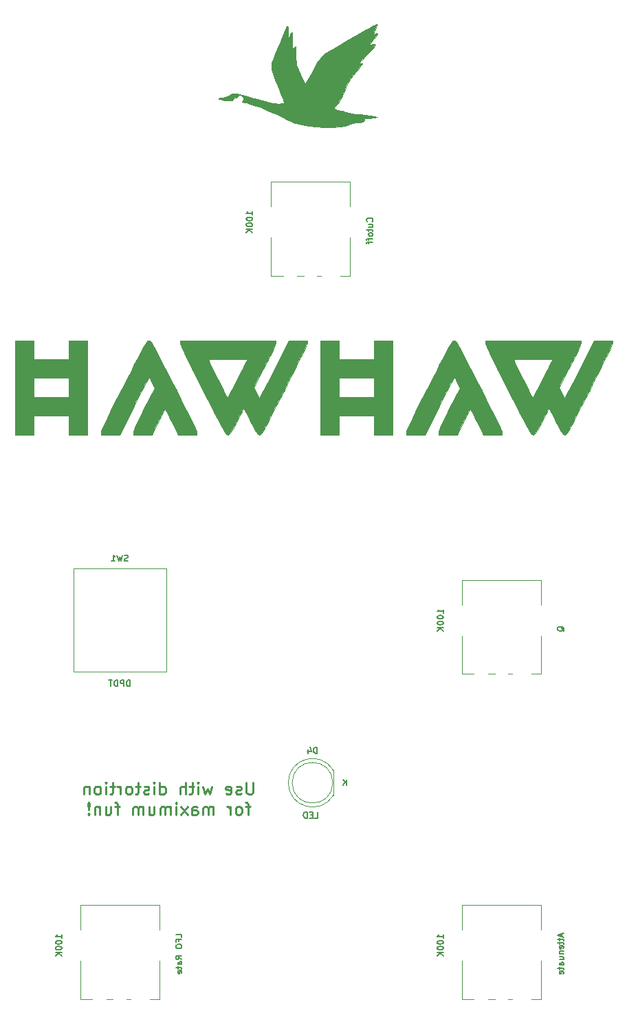
<source format=gbr>
%TF.GenerationSoftware,KiCad,Pcbnew,(5.1.8-0-10_14)*%
%TF.CreationDate,2021-09-13T18:23:07-04:00*%
%TF.ProjectId,wahwah,77616877-6168-42e6-9b69-6361645f7063,rev?*%
%TF.SameCoordinates,Original*%
%TF.FileFunction,Legend,Bot*%
%TF.FilePolarity,Positive*%
%FSLAX46Y46*%
G04 Gerber Fmt 4.6, Leading zero omitted, Abs format (unit mm)*
G04 Created by KiCad (PCBNEW (5.1.8-0-10_14)) date 2021-09-13 18:23:07*
%MOMM*%
%LPD*%
G01*
G04 APERTURE LIST*
%ADD10C,0.250000*%
%ADD11C,0.010000*%
%ADD12C,0.120000*%
%ADD13C,0.150000*%
G04 APERTURE END LIST*
D10*
X-557071428Y-67928571D02*
X-557071428Y-69142857D01*
X-557142857Y-69285714D01*
X-557214285Y-69357142D01*
X-557357142Y-69428571D01*
X-557642857Y-69428571D01*
X-557785714Y-69357142D01*
X-557857142Y-69285714D01*
X-557928571Y-69142857D01*
X-557928571Y-67928571D01*
X-558571428Y-69357142D02*
X-558714285Y-69428571D01*
X-559000000Y-69428571D01*
X-559142857Y-69357142D01*
X-559214285Y-69214285D01*
X-559214285Y-69142857D01*
X-559142857Y-69000000D01*
X-559000000Y-68928571D01*
X-558785714Y-68928571D01*
X-558642857Y-68857142D01*
X-558571428Y-68714285D01*
X-558571428Y-68642857D01*
X-558642857Y-68500000D01*
X-558785714Y-68428571D01*
X-559000000Y-68428571D01*
X-559142857Y-68500000D01*
X-560428571Y-69357142D02*
X-560285714Y-69428571D01*
X-560000000Y-69428571D01*
X-559857142Y-69357142D01*
X-559785714Y-69214285D01*
X-559785714Y-68642857D01*
X-559857142Y-68500000D01*
X-560000000Y-68428571D01*
X-560285714Y-68428571D01*
X-560428571Y-68500000D01*
X-560500000Y-68642857D01*
X-560500000Y-68785714D01*
X-559785714Y-68928571D01*
X-562142857Y-68428571D02*
X-562428571Y-69428571D01*
X-562714285Y-68714285D01*
X-563000000Y-69428571D01*
X-563285714Y-68428571D01*
X-563857142Y-69428571D02*
X-563857142Y-68428571D01*
X-563857142Y-67928571D02*
X-563785714Y-68000000D01*
X-563857142Y-68071428D01*
X-563928571Y-68000000D01*
X-563857142Y-67928571D01*
X-563857142Y-68071428D01*
X-564357142Y-68428571D02*
X-564928571Y-68428571D01*
X-564571428Y-67928571D02*
X-564571428Y-69214285D01*
X-564642857Y-69357142D01*
X-564785714Y-69428571D01*
X-564928571Y-69428571D01*
X-565428571Y-69428571D02*
X-565428571Y-67928571D01*
X-566071428Y-69428571D02*
X-566071428Y-68642857D01*
X-566000000Y-68500000D01*
X-565857142Y-68428571D01*
X-565642857Y-68428571D01*
X-565500000Y-68500000D01*
X-565428571Y-68571428D01*
X-568571428Y-69428571D02*
X-568571428Y-67928571D01*
X-568571428Y-69357142D02*
X-568428571Y-69428571D01*
X-568142857Y-69428571D01*
X-568000000Y-69357142D01*
X-567928571Y-69285714D01*
X-567857142Y-69142857D01*
X-567857142Y-68714285D01*
X-567928571Y-68571428D01*
X-568000000Y-68500000D01*
X-568142857Y-68428571D01*
X-568428571Y-68428571D01*
X-568571428Y-68500000D01*
X-569285714Y-69428571D02*
X-569285714Y-68428571D01*
X-569285714Y-67928571D02*
X-569214285Y-68000000D01*
X-569285714Y-68071428D01*
X-569357142Y-68000000D01*
X-569285714Y-67928571D01*
X-569285714Y-68071428D01*
X-569928571Y-69357142D02*
X-570071428Y-69428571D01*
X-570357142Y-69428571D01*
X-570500000Y-69357142D01*
X-570571428Y-69214285D01*
X-570571428Y-69142857D01*
X-570500000Y-69000000D01*
X-570357142Y-68928571D01*
X-570142857Y-68928571D01*
X-570000000Y-68857142D01*
X-569928571Y-68714285D01*
X-569928571Y-68642857D01*
X-570000000Y-68500000D01*
X-570142857Y-68428571D01*
X-570357142Y-68428571D01*
X-570500000Y-68500000D01*
X-571000000Y-68428571D02*
X-571571428Y-68428571D01*
X-571214285Y-67928571D02*
X-571214285Y-69214285D01*
X-571285714Y-69357142D01*
X-571428571Y-69428571D01*
X-571571428Y-69428571D01*
X-572285714Y-69428571D02*
X-572142857Y-69357142D01*
X-572071428Y-69285714D01*
X-572000000Y-69142857D01*
X-572000000Y-68714285D01*
X-572071428Y-68571428D01*
X-572142857Y-68500000D01*
X-572285714Y-68428571D01*
X-572500000Y-68428571D01*
X-572642857Y-68500000D01*
X-572714285Y-68571428D01*
X-572785714Y-68714285D01*
X-572785714Y-69142857D01*
X-572714285Y-69285714D01*
X-572642857Y-69357142D01*
X-572500000Y-69428571D01*
X-572285714Y-69428571D01*
X-573428571Y-69428571D02*
X-573428571Y-68428571D01*
X-573428571Y-68714285D02*
X-573500000Y-68571428D01*
X-573571428Y-68500000D01*
X-573714285Y-68428571D01*
X-573857142Y-68428571D01*
X-574142857Y-68428571D02*
X-574714285Y-68428571D01*
X-574357142Y-67928571D02*
X-574357142Y-69214285D01*
X-574428571Y-69357142D01*
X-574571428Y-69428571D01*
X-574714285Y-69428571D01*
X-575214285Y-69428571D02*
X-575214285Y-68428571D01*
X-575214285Y-67928571D02*
X-575142857Y-68000000D01*
X-575214285Y-68071428D01*
X-575285714Y-68000000D01*
X-575214285Y-67928571D01*
X-575214285Y-68071428D01*
X-576142857Y-69428571D02*
X-576000000Y-69357142D01*
X-575928571Y-69285714D01*
X-575857142Y-69142857D01*
X-575857142Y-68714285D01*
X-575928571Y-68571428D01*
X-576000000Y-68500000D01*
X-576142857Y-68428571D01*
X-576357142Y-68428571D01*
X-576500000Y-68500000D01*
X-576571428Y-68571428D01*
X-576642857Y-68714285D01*
X-576642857Y-69142857D01*
X-576571428Y-69285714D01*
X-576500000Y-69357142D01*
X-576357142Y-69428571D01*
X-576142857Y-69428571D01*
X-577285714Y-68428571D02*
X-577285714Y-69428571D01*
X-577285714Y-68571428D02*
X-577357142Y-68500000D01*
X-577500000Y-68428571D01*
X-577714285Y-68428571D01*
X-577857142Y-68500000D01*
X-577928571Y-68642857D01*
X-577928571Y-69428571D01*
X-557464285Y-70928571D02*
X-558035714Y-70928571D01*
X-557678571Y-71928571D02*
X-557678571Y-70642857D01*
X-557750000Y-70500000D01*
X-557892857Y-70428571D01*
X-558035714Y-70428571D01*
X-558750000Y-71928571D02*
X-558607142Y-71857142D01*
X-558535714Y-71785714D01*
X-558464285Y-71642857D01*
X-558464285Y-71214285D01*
X-558535714Y-71071428D01*
X-558607142Y-71000000D01*
X-558750000Y-70928571D01*
X-558964285Y-70928571D01*
X-559107142Y-71000000D01*
X-559178571Y-71071428D01*
X-559250000Y-71214285D01*
X-559250000Y-71642857D01*
X-559178571Y-71785714D01*
X-559107142Y-71857142D01*
X-558964285Y-71928571D01*
X-558750000Y-71928571D01*
X-559892857Y-71928571D02*
X-559892857Y-70928571D01*
X-559892857Y-71214285D02*
X-559964285Y-71071428D01*
X-560035714Y-71000000D01*
X-560178571Y-70928571D01*
X-560321428Y-70928571D01*
X-561964285Y-71928571D02*
X-561964285Y-70928571D01*
X-561964285Y-71071428D02*
X-562035714Y-71000000D01*
X-562178571Y-70928571D01*
X-562392857Y-70928571D01*
X-562535714Y-71000000D01*
X-562607142Y-71142857D01*
X-562607142Y-71928571D01*
X-562607142Y-71142857D02*
X-562678571Y-71000000D01*
X-562821428Y-70928571D01*
X-563035714Y-70928571D01*
X-563178571Y-71000000D01*
X-563250000Y-71142857D01*
X-563250000Y-71928571D01*
X-564607142Y-71928571D02*
X-564607142Y-71142857D01*
X-564535714Y-71000000D01*
X-564392857Y-70928571D01*
X-564107142Y-70928571D01*
X-563964285Y-71000000D01*
X-564607142Y-71857142D02*
X-564464285Y-71928571D01*
X-564107142Y-71928571D01*
X-563964285Y-71857142D01*
X-563892857Y-71714285D01*
X-563892857Y-71571428D01*
X-563964285Y-71428571D01*
X-564107142Y-71357142D01*
X-564464285Y-71357142D01*
X-564607142Y-71285714D01*
X-565178571Y-71928571D02*
X-565964285Y-70928571D01*
X-565178571Y-70928571D02*
X-565964285Y-71928571D01*
X-566535714Y-71928571D02*
X-566535714Y-70928571D01*
X-566535714Y-70428571D02*
X-566464285Y-70500000D01*
X-566535714Y-70571428D01*
X-566607142Y-70500000D01*
X-566535714Y-70428571D01*
X-566535714Y-70571428D01*
X-567250000Y-71928571D02*
X-567250000Y-70928571D01*
X-567250000Y-71071428D02*
X-567321428Y-71000000D01*
X-567464285Y-70928571D01*
X-567678571Y-70928571D01*
X-567821428Y-71000000D01*
X-567892857Y-71142857D01*
X-567892857Y-71928571D01*
X-567892857Y-71142857D02*
X-567964285Y-71000000D01*
X-568107142Y-70928571D01*
X-568321428Y-70928571D01*
X-568464285Y-71000000D01*
X-568535714Y-71142857D01*
X-568535714Y-71928571D01*
X-569892857Y-70928571D02*
X-569892857Y-71928571D01*
X-569250000Y-70928571D02*
X-569250000Y-71714285D01*
X-569321428Y-71857142D01*
X-569464285Y-71928571D01*
X-569678571Y-71928571D01*
X-569821428Y-71857142D01*
X-569892857Y-71785714D01*
X-570607142Y-71928571D02*
X-570607142Y-70928571D01*
X-570607142Y-71071428D02*
X-570678571Y-71000000D01*
X-570821428Y-70928571D01*
X-571035714Y-70928571D01*
X-571178571Y-71000000D01*
X-571250000Y-71142857D01*
X-571250000Y-71928571D01*
X-571250000Y-71142857D02*
X-571321428Y-71000000D01*
X-571464285Y-70928571D01*
X-571678571Y-70928571D01*
X-571821428Y-71000000D01*
X-571892857Y-71142857D01*
X-571892857Y-71928571D01*
X-573535714Y-70928571D02*
X-574107142Y-70928571D01*
X-573750000Y-71928571D02*
X-573750000Y-70642857D01*
X-573821428Y-70500000D01*
X-573964285Y-70428571D01*
X-574107142Y-70428571D01*
X-575250000Y-70928571D02*
X-575250000Y-71928571D01*
X-574607142Y-70928571D02*
X-574607142Y-71714285D01*
X-574678571Y-71857142D01*
X-574821428Y-71928571D01*
X-575035714Y-71928571D01*
X-575178571Y-71857142D01*
X-575250000Y-71785714D01*
X-575964285Y-70928571D02*
X-575964285Y-71928571D01*
X-575964285Y-71071428D02*
X-576035714Y-71000000D01*
X-576178571Y-70928571D01*
X-576392857Y-70928571D01*
X-576535714Y-71000000D01*
X-576607142Y-71142857D01*
X-576607142Y-71928571D01*
X-577321428Y-71785714D02*
X-577392857Y-71857142D01*
X-577321428Y-71928571D01*
X-577250000Y-71857142D01*
X-577321428Y-71785714D01*
X-577321428Y-71928571D01*
X-577321428Y-71357142D02*
X-577250000Y-70500000D01*
X-577321428Y-70428571D01*
X-577392857Y-70500000D01*
X-577321428Y-71357142D01*
X-577321428Y-70428571D01*
D11*
%TO.C,G\u002A\u002A\u002A*%
G36*
X-516897195Y-17133057D02*
G01*
X-517257503Y-17850136D01*
X-517596003Y-18517306D01*
X-517905042Y-19119951D01*
X-518176971Y-19643452D01*
X-518404138Y-20073193D01*
X-518578891Y-20394556D01*
X-518693580Y-20592923D01*
X-518740174Y-20654016D01*
X-518804159Y-20564241D01*
X-518917999Y-20360583D01*
X-519059905Y-20082591D01*
X-519097948Y-20004592D01*
X-519393000Y-19393933D01*
X-518054427Y-16758799D01*
X-517649784Y-15955882D01*
X-517633609Y-15923072D01*
X-520211444Y-15923072D01*
X-520270815Y-16046533D01*
X-520392168Y-16290894D01*
X-520564338Y-16634180D01*
X-520776158Y-17054419D01*
X-521016461Y-17529637D01*
X-521274082Y-18037860D01*
X-521537853Y-18557116D01*
X-521796609Y-19065431D01*
X-522039182Y-19540832D01*
X-522254407Y-19961345D01*
X-522431118Y-20304996D01*
X-522558146Y-20549814D01*
X-522624328Y-20673823D01*
X-522631207Y-20684701D01*
X-522672727Y-20612103D01*
X-522780530Y-20406079D01*
X-522945382Y-20084763D01*
X-523158048Y-19666291D01*
X-523409294Y-19168798D01*
X-523689885Y-18610419D01*
X-523837707Y-18315250D01*
X-524129177Y-17731277D01*
X-524394649Y-17196853D01*
X-524625014Y-16730516D01*
X-524811165Y-16350802D01*
X-524943993Y-16076249D01*
X-525014389Y-15925395D01*
X-525023333Y-15902250D01*
X-524942200Y-15891247D01*
X-524712938Y-15881287D01*
X-524356746Y-15872746D01*
X-523894828Y-15866001D01*
X-523348384Y-15861427D01*
X-522738616Y-15859400D01*
X-522603277Y-15859333D01*
X-521984529Y-15861464D01*
X-521426154Y-15867488D01*
X-520949027Y-15876847D01*
X-520574020Y-15888986D01*
X-520322005Y-15903348D01*
X-520213857Y-15919377D01*
X-520211444Y-15923072D01*
X-517633609Y-15923072D01*
X-517323167Y-15293389D01*
X-517070945Y-14763396D01*
X-516889490Y-14357983D01*
X-516775171Y-14069229D01*
X-516724358Y-13889210D01*
X-516720927Y-13848500D01*
X-516726000Y-13573333D01*
X-528494666Y-13573333D01*
X-528494666Y-13876128D01*
X-528476117Y-13973606D01*
X-528417775Y-14140969D01*
X-528315599Y-14386568D01*
X-528165546Y-14718754D01*
X-527963574Y-15145877D01*
X-527705643Y-15676289D01*
X-527387709Y-16318340D01*
X-527005732Y-17080382D01*
X-526555668Y-17970766D01*
X-526033477Y-18997841D01*
X-525687628Y-19675794D01*
X-525155739Y-20717200D01*
X-524695161Y-21617994D01*
X-524300199Y-22388374D01*
X-523965156Y-23038538D01*
X-523684335Y-23578684D01*
X-523452041Y-24019010D01*
X-523262576Y-24369714D01*
X-523110245Y-24640993D01*
X-522989351Y-24843045D01*
X-522894198Y-24986069D01*
X-522819089Y-25080261D01*
X-522758329Y-25135821D01*
X-522706220Y-25162946D01*
X-522657066Y-25171834D01*
X-522617173Y-25172666D01*
X-522527491Y-25167405D01*
X-522447497Y-25139076D01*
X-522364394Y-25068866D01*
X-522265383Y-24937960D01*
X-522137667Y-24727541D01*
X-521968447Y-24418795D01*
X-521744925Y-23992908D01*
X-521522948Y-23564000D01*
X-521276832Y-23089968D01*
X-521056953Y-22671259D01*
X-520874982Y-22329704D01*
X-520742590Y-22087135D01*
X-520671448Y-21965387D01*
X-520663000Y-21955333D01*
X-520617377Y-22027044D01*
X-520506202Y-22227621D01*
X-520341147Y-22535233D01*
X-520133881Y-22928046D01*
X-519896078Y-23384228D01*
X-519803051Y-23564000D01*
X-519527797Y-24095217D01*
X-519316857Y-24494476D01*
X-519157469Y-24780593D01*
X-519036868Y-24972381D01*
X-518942290Y-25088658D01*
X-518860973Y-25148237D01*
X-518780151Y-25169934D01*
X-518711778Y-25172666D01*
X-518661413Y-25170638D01*
X-518612163Y-25157758D01*
X-518558339Y-25123833D01*
X-518494250Y-25058668D01*
X-518414207Y-24952069D01*
X-518312521Y-24793844D01*
X-518183502Y-24573797D01*
X-518021460Y-24281736D01*
X-517820706Y-23907466D01*
X-517575551Y-23440793D01*
X-517280305Y-22871525D01*
X-516929278Y-22189466D01*
X-516516781Y-21384424D01*
X-516037124Y-20446203D01*
X-515641323Y-19671401D01*
X-515070765Y-18552293D01*
X-514574987Y-17575124D01*
X-514150108Y-16731878D01*
X-513792243Y-16014540D01*
X-513497510Y-15415096D01*
X-513262026Y-14925531D01*
X-513081906Y-14537831D01*
X-512953269Y-14243980D01*
X-512872231Y-14035965D01*
X-512834908Y-13905771D01*
X-512831333Y-13871734D01*
X-512831333Y-13573333D01*
X-515116939Y-13573333D01*
X-516897195Y-17133057D01*
G37*
X-516897195Y-17133057D02*
X-517257503Y-17850136D01*
X-517596003Y-18517306D01*
X-517905042Y-19119951D01*
X-518176971Y-19643452D01*
X-518404138Y-20073193D01*
X-518578891Y-20394556D01*
X-518693580Y-20592923D01*
X-518740174Y-20654016D01*
X-518804159Y-20564241D01*
X-518917999Y-20360583D01*
X-519059905Y-20082591D01*
X-519097948Y-20004592D01*
X-519393000Y-19393933D01*
X-518054427Y-16758799D01*
X-517649784Y-15955882D01*
X-517633609Y-15923072D01*
X-520211444Y-15923072D01*
X-520270815Y-16046533D01*
X-520392168Y-16290894D01*
X-520564338Y-16634180D01*
X-520776158Y-17054419D01*
X-521016461Y-17529637D01*
X-521274082Y-18037860D01*
X-521537853Y-18557116D01*
X-521796609Y-19065431D01*
X-522039182Y-19540832D01*
X-522254407Y-19961345D01*
X-522431118Y-20304996D01*
X-522558146Y-20549814D01*
X-522624328Y-20673823D01*
X-522631207Y-20684701D01*
X-522672727Y-20612103D01*
X-522780530Y-20406079D01*
X-522945382Y-20084763D01*
X-523158048Y-19666291D01*
X-523409294Y-19168798D01*
X-523689885Y-18610419D01*
X-523837707Y-18315250D01*
X-524129177Y-17731277D01*
X-524394649Y-17196853D01*
X-524625014Y-16730516D01*
X-524811165Y-16350802D01*
X-524943993Y-16076249D01*
X-525014389Y-15925395D01*
X-525023333Y-15902250D01*
X-524942200Y-15891247D01*
X-524712938Y-15881287D01*
X-524356746Y-15872746D01*
X-523894828Y-15866001D01*
X-523348384Y-15861427D01*
X-522738616Y-15859400D01*
X-522603277Y-15859333D01*
X-521984529Y-15861464D01*
X-521426154Y-15867488D01*
X-520949027Y-15876847D01*
X-520574020Y-15888986D01*
X-520322005Y-15903348D01*
X-520213857Y-15919377D01*
X-520211444Y-15923072D01*
X-517633609Y-15923072D01*
X-517323167Y-15293389D01*
X-517070945Y-14763396D01*
X-516889490Y-14357983D01*
X-516775171Y-14069229D01*
X-516724358Y-13889210D01*
X-516720927Y-13848500D01*
X-516726000Y-13573333D01*
X-528494666Y-13573333D01*
X-528494666Y-13876128D01*
X-528476117Y-13973606D01*
X-528417775Y-14140969D01*
X-528315599Y-14386568D01*
X-528165546Y-14718754D01*
X-527963574Y-15145877D01*
X-527705643Y-15676289D01*
X-527387709Y-16318340D01*
X-527005732Y-17080382D01*
X-526555668Y-17970766D01*
X-526033477Y-18997841D01*
X-525687628Y-19675794D01*
X-525155739Y-20717200D01*
X-524695161Y-21617994D01*
X-524300199Y-22388374D01*
X-523965156Y-23038538D01*
X-523684335Y-23578684D01*
X-523452041Y-24019010D01*
X-523262576Y-24369714D01*
X-523110245Y-24640993D01*
X-522989351Y-24843045D01*
X-522894198Y-24986069D01*
X-522819089Y-25080261D01*
X-522758329Y-25135821D01*
X-522706220Y-25162946D01*
X-522657066Y-25171834D01*
X-522617173Y-25172666D01*
X-522527491Y-25167405D01*
X-522447497Y-25139076D01*
X-522364394Y-25068866D01*
X-522265383Y-24937960D01*
X-522137667Y-24727541D01*
X-521968447Y-24418795D01*
X-521744925Y-23992908D01*
X-521522948Y-23564000D01*
X-521276832Y-23089968D01*
X-521056953Y-22671259D01*
X-520874982Y-22329704D01*
X-520742590Y-22087135D01*
X-520671448Y-21965387D01*
X-520663000Y-21955333D01*
X-520617377Y-22027044D01*
X-520506202Y-22227621D01*
X-520341147Y-22535233D01*
X-520133881Y-22928046D01*
X-519896078Y-23384228D01*
X-519803051Y-23564000D01*
X-519527797Y-24095217D01*
X-519316857Y-24494476D01*
X-519157469Y-24780593D01*
X-519036868Y-24972381D01*
X-518942290Y-25088658D01*
X-518860973Y-25148237D01*
X-518780151Y-25169934D01*
X-518711778Y-25172666D01*
X-518661413Y-25170638D01*
X-518612163Y-25157758D01*
X-518558339Y-25123833D01*
X-518494250Y-25058668D01*
X-518414207Y-24952069D01*
X-518312521Y-24793844D01*
X-518183502Y-24573797D01*
X-518021460Y-24281736D01*
X-517820706Y-23907466D01*
X-517575551Y-23440793D01*
X-517280305Y-22871525D01*
X-516929278Y-22189466D01*
X-516516781Y-21384424D01*
X-516037124Y-20446203D01*
X-515641323Y-19671401D01*
X-515070765Y-18552293D01*
X-514574987Y-17575124D01*
X-514150108Y-16731878D01*
X-513792243Y-16014540D01*
X-513497510Y-15415096D01*
X-513262026Y-14925531D01*
X-513081906Y-14537831D01*
X-512953269Y-14243980D01*
X-512872231Y-14035965D01*
X-512834908Y-13905771D01*
X-512831333Y-13871734D01*
X-512831333Y-13573333D01*
X-515116939Y-13573333D01*
X-516897195Y-17133057D01*
G36*
X-532396631Y-13575103D02*
G01*
X-532445941Y-13587210D01*
X-532499502Y-13619845D01*
X-532563012Y-13683200D01*
X-532642165Y-13787468D01*
X-532742660Y-13942840D01*
X-532870194Y-14159510D01*
X-533030462Y-14447668D01*
X-533229161Y-14817507D01*
X-533471989Y-15279220D01*
X-533764643Y-15842998D01*
X-534112818Y-16519034D01*
X-534522212Y-17317519D01*
X-534998521Y-18248646D01*
X-535420218Y-19073675D01*
X-535990199Y-20190994D01*
X-536485427Y-21166466D01*
X-536909825Y-22008189D01*
X-537267320Y-22724260D01*
X-537561835Y-23322777D01*
X-537797296Y-23811838D01*
X-537977629Y-24199541D01*
X-538106757Y-24493982D01*
X-538188606Y-24703260D01*
X-538227101Y-24835473D01*
X-538231333Y-24873341D01*
X-538231333Y-25172666D01*
X-535945727Y-25172666D01*
X-534165470Y-21612942D01*
X-533805180Y-20895850D01*
X-533466732Y-20228645D01*
X-533157775Y-19625949D01*
X-532885956Y-19102379D01*
X-532658922Y-18672556D01*
X-532484322Y-18351100D01*
X-532369802Y-18152630D01*
X-532323383Y-18091432D01*
X-532260805Y-18180368D01*
X-532146795Y-18385006D01*
X-532001865Y-18667760D01*
X-531940149Y-18793656D01*
X-531618746Y-19457666D01*
X-532935373Y-22017300D01*
X-533326956Y-22784082D01*
X-533641972Y-23413819D01*
X-533885606Y-23917760D01*
X-534063040Y-24307153D01*
X-534179456Y-24593246D01*
X-534240038Y-24787289D01*
X-534252000Y-24874800D01*
X-534252000Y-25172666D01*
X-531965410Y-25172666D01*
X-531183601Y-23606333D01*
X-530947367Y-23137153D01*
X-530735481Y-22724114D01*
X-530559751Y-22389606D01*
X-530431988Y-22156016D01*
X-530364002Y-22045734D01*
X-530357333Y-22040000D01*
X-530307972Y-22112213D01*
X-530195566Y-22313928D01*
X-530031925Y-22622755D01*
X-529828860Y-23016307D01*
X-529598181Y-23472195D01*
X-529531065Y-23606333D01*
X-528749255Y-25172666D01*
X-526462666Y-25172666D01*
X-526462666Y-24874265D01*
X-526482395Y-24775051D01*
X-526544171Y-24601461D01*
X-526651878Y-24345479D01*
X-526809397Y-23999092D01*
X-527020614Y-23554284D01*
X-527289409Y-23003042D01*
X-527619668Y-22337350D01*
X-528015273Y-21549193D01*
X-528480106Y-20630558D01*
X-529018053Y-19573429D01*
X-529272656Y-19074598D01*
X-529804896Y-18032770D01*
X-530265808Y-17131552D01*
X-530661086Y-16360750D01*
X-530996425Y-15710171D01*
X-531277520Y-15169622D01*
X-531510063Y-14728911D01*
X-531699750Y-14377843D01*
X-531852275Y-14106226D01*
X-531973331Y-13903868D01*
X-532068614Y-13760574D01*
X-532143818Y-13666152D01*
X-532204636Y-13610408D01*
X-532256763Y-13583150D01*
X-532305894Y-13574184D01*
X-532345874Y-13573333D01*
X-532396631Y-13575103D01*
G37*
X-532396631Y-13575103D02*
X-532445941Y-13587210D01*
X-532499502Y-13619845D01*
X-532563012Y-13683200D01*
X-532642165Y-13787468D01*
X-532742660Y-13942840D01*
X-532870194Y-14159510D01*
X-533030462Y-14447668D01*
X-533229161Y-14817507D01*
X-533471989Y-15279220D01*
X-533764643Y-15842998D01*
X-534112818Y-16519034D01*
X-534522212Y-17317519D01*
X-534998521Y-18248646D01*
X-535420218Y-19073675D01*
X-535990199Y-20190994D01*
X-536485427Y-21166466D01*
X-536909825Y-22008189D01*
X-537267320Y-22724260D01*
X-537561835Y-23322777D01*
X-537797296Y-23811838D01*
X-537977629Y-24199541D01*
X-538106757Y-24493982D01*
X-538188606Y-24703260D01*
X-538227101Y-24835473D01*
X-538231333Y-24873341D01*
X-538231333Y-25172666D01*
X-535945727Y-25172666D01*
X-534165470Y-21612942D01*
X-533805180Y-20895850D01*
X-533466732Y-20228645D01*
X-533157775Y-19625949D01*
X-532885956Y-19102379D01*
X-532658922Y-18672556D01*
X-532484322Y-18351100D01*
X-532369802Y-18152630D01*
X-532323383Y-18091432D01*
X-532260805Y-18180368D01*
X-532146795Y-18385006D01*
X-532001865Y-18667760D01*
X-531940149Y-18793656D01*
X-531618746Y-19457666D01*
X-532935373Y-22017300D01*
X-533326956Y-22784082D01*
X-533641972Y-23413819D01*
X-533885606Y-23917760D01*
X-534063040Y-24307153D01*
X-534179456Y-24593246D01*
X-534240038Y-24787289D01*
X-534252000Y-24874800D01*
X-534252000Y-25172666D01*
X-531965410Y-25172666D01*
X-531183601Y-23606333D01*
X-530947367Y-23137153D01*
X-530735481Y-22724114D01*
X-530559751Y-22389606D01*
X-530431988Y-22156016D01*
X-530364002Y-22045734D01*
X-530357333Y-22040000D01*
X-530307972Y-22112213D01*
X-530195566Y-22313928D01*
X-530031925Y-22622755D01*
X-529828860Y-23016307D01*
X-529598181Y-23472195D01*
X-529531065Y-23606333D01*
X-528749255Y-25172666D01*
X-526462666Y-25172666D01*
X-526462666Y-24874265D01*
X-526482395Y-24775051D01*
X-526544171Y-24601461D01*
X-526651878Y-24345479D01*
X-526809397Y-23999092D01*
X-527020614Y-23554284D01*
X-527289409Y-23003042D01*
X-527619668Y-22337350D01*
X-528015273Y-21549193D01*
X-528480106Y-20630558D01*
X-529018053Y-19573429D01*
X-529272656Y-19074598D01*
X-529804896Y-18032770D01*
X-530265808Y-17131552D01*
X-530661086Y-16360750D01*
X-530996425Y-15710171D01*
X-531277520Y-15169622D01*
X-531510063Y-14728911D01*
X-531699750Y-14377843D01*
X-531852275Y-14106226D01*
X-531973331Y-13903868D01*
X-532068614Y-13760574D01*
X-532143818Y-13666152D01*
X-532204636Y-13610408D01*
X-532256763Y-13583150D01*
X-532305894Y-13574184D01*
X-532345874Y-13573333D01*
X-532396631Y-13575103D01*
G36*
X-542210666Y-15859333D02*
G01*
X-546528666Y-15859333D01*
X-546528666Y-13573333D01*
X-548814666Y-13573333D01*
X-548814666Y-25172666D01*
X-546528666Y-25172666D01*
X-546528666Y-22802000D01*
X-542210666Y-22802000D01*
X-542210666Y-25172666D01*
X-539924666Y-25172666D01*
X-539924666Y-18145333D01*
X-542210666Y-18145333D01*
X-542210666Y-20516000D01*
X-546528666Y-20516000D01*
X-546528666Y-18145333D01*
X-542210666Y-18145333D01*
X-539924666Y-18145333D01*
X-539924666Y-13573333D01*
X-542210666Y-13573333D01*
X-542210666Y-15859333D01*
G37*
X-542210666Y-15859333D02*
X-546528666Y-15859333D01*
X-546528666Y-13573333D01*
X-548814666Y-13573333D01*
X-548814666Y-25172666D01*
X-546528666Y-25172666D01*
X-546528666Y-22802000D01*
X-542210666Y-22802000D01*
X-542210666Y-25172666D01*
X-539924666Y-25172666D01*
X-539924666Y-18145333D01*
X-542210666Y-18145333D01*
X-542210666Y-20516000D01*
X-546528666Y-20516000D01*
X-546528666Y-18145333D01*
X-542210666Y-18145333D01*
X-539924666Y-18145333D01*
X-539924666Y-13573333D01*
X-542210666Y-13573333D01*
X-542210666Y-15859333D01*
G36*
X-554489195Y-17133057D02*
G01*
X-554849503Y-17850136D01*
X-555188003Y-18517306D01*
X-555497042Y-19119951D01*
X-555768971Y-19643452D01*
X-555996138Y-20073193D01*
X-556170891Y-20394556D01*
X-556285580Y-20592923D01*
X-556332174Y-20654016D01*
X-556396159Y-20564241D01*
X-556509999Y-20360583D01*
X-556651905Y-20082591D01*
X-556689948Y-20004592D01*
X-556985000Y-19393933D01*
X-555646427Y-16758799D01*
X-555241784Y-15955882D01*
X-555225609Y-15923072D01*
X-557803444Y-15923072D01*
X-557862815Y-16046533D01*
X-557984168Y-16290894D01*
X-558156338Y-16634180D01*
X-558368158Y-17054419D01*
X-558608461Y-17529637D01*
X-558866082Y-18037860D01*
X-559129853Y-18557116D01*
X-559388609Y-19065431D01*
X-559631182Y-19540832D01*
X-559846407Y-19961345D01*
X-560023118Y-20304996D01*
X-560150146Y-20549814D01*
X-560216328Y-20673823D01*
X-560223207Y-20684701D01*
X-560264727Y-20612103D01*
X-560372530Y-20406079D01*
X-560537382Y-20084763D01*
X-560750048Y-19666291D01*
X-561001294Y-19168798D01*
X-561281885Y-18610419D01*
X-561429707Y-18315250D01*
X-561721177Y-17731277D01*
X-561986649Y-17196853D01*
X-562217014Y-16730516D01*
X-562403165Y-16350802D01*
X-562535993Y-16076249D01*
X-562606389Y-15925395D01*
X-562615333Y-15902250D01*
X-562534200Y-15891247D01*
X-562304938Y-15881287D01*
X-561948746Y-15872746D01*
X-561486828Y-15866001D01*
X-560940384Y-15861427D01*
X-560330616Y-15859400D01*
X-560195277Y-15859333D01*
X-559576529Y-15861464D01*
X-559018154Y-15867488D01*
X-558541027Y-15876847D01*
X-558166020Y-15888986D01*
X-557914005Y-15903348D01*
X-557805857Y-15919377D01*
X-557803444Y-15923072D01*
X-555225609Y-15923072D01*
X-554915167Y-15293389D01*
X-554662945Y-14763396D01*
X-554481490Y-14357983D01*
X-554367171Y-14069229D01*
X-554316358Y-13889210D01*
X-554312927Y-13848500D01*
X-554318000Y-13573333D01*
X-566086666Y-13573333D01*
X-566086666Y-13876128D01*
X-566068117Y-13973606D01*
X-566009775Y-14140969D01*
X-565907599Y-14386568D01*
X-565757546Y-14718754D01*
X-565555574Y-15145877D01*
X-565297643Y-15676289D01*
X-564979709Y-16318340D01*
X-564597732Y-17080382D01*
X-564147668Y-17970766D01*
X-563625477Y-18997841D01*
X-563279628Y-19675794D01*
X-562747739Y-20717200D01*
X-562287161Y-21617994D01*
X-561892199Y-22388374D01*
X-561557156Y-23038538D01*
X-561276335Y-23578684D01*
X-561044041Y-24019010D01*
X-560854576Y-24369714D01*
X-560702245Y-24640993D01*
X-560581351Y-24843045D01*
X-560486198Y-24986069D01*
X-560411089Y-25080261D01*
X-560350329Y-25135821D01*
X-560298220Y-25162946D01*
X-560249066Y-25171834D01*
X-560209173Y-25172666D01*
X-560119491Y-25167405D01*
X-560039497Y-25139076D01*
X-559956394Y-25068866D01*
X-559857383Y-24937960D01*
X-559729667Y-24727541D01*
X-559560447Y-24418795D01*
X-559336925Y-23992908D01*
X-559114948Y-23564000D01*
X-558868832Y-23089968D01*
X-558648953Y-22671259D01*
X-558466982Y-22329704D01*
X-558334590Y-22087135D01*
X-558263448Y-21965387D01*
X-558255000Y-21955333D01*
X-558209377Y-22027044D01*
X-558098202Y-22227621D01*
X-557933147Y-22535233D01*
X-557725881Y-22928046D01*
X-557488078Y-23384228D01*
X-557395051Y-23564000D01*
X-557119797Y-24095217D01*
X-556908857Y-24494476D01*
X-556749469Y-24780593D01*
X-556628868Y-24972381D01*
X-556534290Y-25088658D01*
X-556452973Y-25148237D01*
X-556372151Y-25169934D01*
X-556303778Y-25172666D01*
X-556253413Y-25170638D01*
X-556204163Y-25157758D01*
X-556150339Y-25123833D01*
X-556086250Y-25058668D01*
X-556006207Y-24952069D01*
X-555904521Y-24793844D01*
X-555775502Y-24573797D01*
X-555613460Y-24281736D01*
X-555412706Y-23907466D01*
X-555167551Y-23440793D01*
X-554872305Y-22871525D01*
X-554521278Y-22189466D01*
X-554108781Y-21384424D01*
X-553629124Y-20446203D01*
X-553233323Y-19671401D01*
X-552662765Y-18552293D01*
X-552166987Y-17575124D01*
X-551742108Y-16731878D01*
X-551384243Y-16014540D01*
X-551089510Y-15415096D01*
X-550854026Y-14925531D01*
X-550673906Y-14537831D01*
X-550545269Y-14243980D01*
X-550464231Y-14035965D01*
X-550426908Y-13905771D01*
X-550423333Y-13871734D01*
X-550423333Y-13573333D01*
X-552708939Y-13573333D01*
X-554489195Y-17133057D01*
G37*
X-554489195Y-17133057D02*
X-554849503Y-17850136D01*
X-555188003Y-18517306D01*
X-555497042Y-19119951D01*
X-555768971Y-19643452D01*
X-555996138Y-20073193D01*
X-556170891Y-20394556D01*
X-556285580Y-20592923D01*
X-556332174Y-20654016D01*
X-556396159Y-20564241D01*
X-556509999Y-20360583D01*
X-556651905Y-20082591D01*
X-556689948Y-20004592D01*
X-556985000Y-19393933D01*
X-555646427Y-16758799D01*
X-555241784Y-15955882D01*
X-555225609Y-15923072D01*
X-557803444Y-15923072D01*
X-557862815Y-16046533D01*
X-557984168Y-16290894D01*
X-558156338Y-16634180D01*
X-558368158Y-17054419D01*
X-558608461Y-17529637D01*
X-558866082Y-18037860D01*
X-559129853Y-18557116D01*
X-559388609Y-19065431D01*
X-559631182Y-19540832D01*
X-559846407Y-19961345D01*
X-560023118Y-20304996D01*
X-560150146Y-20549814D01*
X-560216328Y-20673823D01*
X-560223207Y-20684701D01*
X-560264727Y-20612103D01*
X-560372530Y-20406079D01*
X-560537382Y-20084763D01*
X-560750048Y-19666291D01*
X-561001294Y-19168798D01*
X-561281885Y-18610419D01*
X-561429707Y-18315250D01*
X-561721177Y-17731277D01*
X-561986649Y-17196853D01*
X-562217014Y-16730516D01*
X-562403165Y-16350802D01*
X-562535993Y-16076249D01*
X-562606389Y-15925395D01*
X-562615333Y-15902250D01*
X-562534200Y-15891247D01*
X-562304938Y-15881287D01*
X-561948746Y-15872746D01*
X-561486828Y-15866001D01*
X-560940384Y-15861427D01*
X-560330616Y-15859400D01*
X-560195277Y-15859333D01*
X-559576529Y-15861464D01*
X-559018154Y-15867488D01*
X-558541027Y-15876847D01*
X-558166020Y-15888986D01*
X-557914005Y-15903348D01*
X-557805857Y-15919377D01*
X-557803444Y-15923072D01*
X-555225609Y-15923072D01*
X-554915167Y-15293389D01*
X-554662945Y-14763396D01*
X-554481490Y-14357983D01*
X-554367171Y-14069229D01*
X-554316358Y-13889210D01*
X-554312927Y-13848500D01*
X-554318000Y-13573333D01*
X-566086666Y-13573333D01*
X-566086666Y-13876128D01*
X-566068117Y-13973606D01*
X-566009775Y-14140969D01*
X-565907599Y-14386568D01*
X-565757546Y-14718754D01*
X-565555574Y-15145877D01*
X-565297643Y-15676289D01*
X-564979709Y-16318340D01*
X-564597732Y-17080382D01*
X-564147668Y-17970766D01*
X-563625477Y-18997841D01*
X-563279628Y-19675794D01*
X-562747739Y-20717200D01*
X-562287161Y-21617994D01*
X-561892199Y-22388374D01*
X-561557156Y-23038538D01*
X-561276335Y-23578684D01*
X-561044041Y-24019010D01*
X-560854576Y-24369714D01*
X-560702245Y-24640993D01*
X-560581351Y-24843045D01*
X-560486198Y-24986069D01*
X-560411089Y-25080261D01*
X-560350329Y-25135821D01*
X-560298220Y-25162946D01*
X-560249066Y-25171834D01*
X-560209173Y-25172666D01*
X-560119491Y-25167405D01*
X-560039497Y-25139076D01*
X-559956394Y-25068866D01*
X-559857383Y-24937960D01*
X-559729667Y-24727541D01*
X-559560447Y-24418795D01*
X-559336925Y-23992908D01*
X-559114948Y-23564000D01*
X-558868832Y-23089968D01*
X-558648953Y-22671259D01*
X-558466982Y-22329704D01*
X-558334590Y-22087135D01*
X-558263448Y-21965387D01*
X-558255000Y-21955333D01*
X-558209377Y-22027044D01*
X-558098202Y-22227621D01*
X-557933147Y-22535233D01*
X-557725881Y-22928046D01*
X-557488078Y-23384228D01*
X-557395051Y-23564000D01*
X-557119797Y-24095217D01*
X-556908857Y-24494476D01*
X-556749469Y-24780593D01*
X-556628868Y-24972381D01*
X-556534290Y-25088658D01*
X-556452973Y-25148237D01*
X-556372151Y-25169934D01*
X-556303778Y-25172666D01*
X-556253413Y-25170638D01*
X-556204163Y-25157758D01*
X-556150339Y-25123833D01*
X-556086250Y-25058668D01*
X-556006207Y-24952069D01*
X-555904521Y-24793844D01*
X-555775502Y-24573797D01*
X-555613460Y-24281736D01*
X-555412706Y-23907466D01*
X-555167551Y-23440793D01*
X-554872305Y-22871525D01*
X-554521278Y-22189466D01*
X-554108781Y-21384424D01*
X-553629124Y-20446203D01*
X-553233323Y-19671401D01*
X-552662765Y-18552293D01*
X-552166987Y-17575124D01*
X-551742108Y-16731878D01*
X-551384243Y-16014540D01*
X-551089510Y-15415096D01*
X-550854026Y-14925531D01*
X-550673906Y-14537831D01*
X-550545269Y-14243980D01*
X-550464231Y-14035965D01*
X-550426908Y-13905771D01*
X-550423333Y-13871734D01*
X-550423333Y-13573333D01*
X-552708939Y-13573333D01*
X-554489195Y-17133057D01*
G36*
X-569988631Y-13575103D02*
G01*
X-570037941Y-13587210D01*
X-570091502Y-13619845D01*
X-570155012Y-13683200D01*
X-570234165Y-13787468D01*
X-570334660Y-13942840D01*
X-570462194Y-14159510D01*
X-570622462Y-14447668D01*
X-570821161Y-14817507D01*
X-571063989Y-15279220D01*
X-571356643Y-15842998D01*
X-571704818Y-16519034D01*
X-572114212Y-17317519D01*
X-572590521Y-18248646D01*
X-573012218Y-19073675D01*
X-573582199Y-20190994D01*
X-574077427Y-21166466D01*
X-574501825Y-22008189D01*
X-574859320Y-22724260D01*
X-575153835Y-23322777D01*
X-575389296Y-23811838D01*
X-575569629Y-24199541D01*
X-575698757Y-24493982D01*
X-575780606Y-24703260D01*
X-575819101Y-24835473D01*
X-575823333Y-24873341D01*
X-575823333Y-25172666D01*
X-573537727Y-25172666D01*
X-571757470Y-21612942D01*
X-571397180Y-20895850D01*
X-571058732Y-20228645D01*
X-570749775Y-19625949D01*
X-570477956Y-19102379D01*
X-570250922Y-18672556D01*
X-570076322Y-18351100D01*
X-569961802Y-18152630D01*
X-569915383Y-18091432D01*
X-569852805Y-18180368D01*
X-569738795Y-18385006D01*
X-569593865Y-18667760D01*
X-569532149Y-18793656D01*
X-569210746Y-19457666D01*
X-570527373Y-22017300D01*
X-570918956Y-22784082D01*
X-571233972Y-23413819D01*
X-571477606Y-23917760D01*
X-571655040Y-24307153D01*
X-571771456Y-24593246D01*
X-571832038Y-24787289D01*
X-571844000Y-24874800D01*
X-571844000Y-25172666D01*
X-569557410Y-25172666D01*
X-568775601Y-23606333D01*
X-568539367Y-23137153D01*
X-568327481Y-22724114D01*
X-568151751Y-22389606D01*
X-568023988Y-22156016D01*
X-567956002Y-22045734D01*
X-567949333Y-22040000D01*
X-567899972Y-22112213D01*
X-567787566Y-22313928D01*
X-567623925Y-22622755D01*
X-567420860Y-23016307D01*
X-567190181Y-23472195D01*
X-567123065Y-23606333D01*
X-566341255Y-25172666D01*
X-564054666Y-25172666D01*
X-564054666Y-24874265D01*
X-564074395Y-24775051D01*
X-564136171Y-24601461D01*
X-564243878Y-24345479D01*
X-564401397Y-23999092D01*
X-564612614Y-23554284D01*
X-564881409Y-23003042D01*
X-565211668Y-22337350D01*
X-565607273Y-21549193D01*
X-566072106Y-20630558D01*
X-566610053Y-19573429D01*
X-566864656Y-19074598D01*
X-567396896Y-18032770D01*
X-567857808Y-17131552D01*
X-568253086Y-16360750D01*
X-568588425Y-15710171D01*
X-568869520Y-15169622D01*
X-569102063Y-14728911D01*
X-569291750Y-14377843D01*
X-569444275Y-14106226D01*
X-569565331Y-13903868D01*
X-569660614Y-13760574D01*
X-569735818Y-13666152D01*
X-569796636Y-13610408D01*
X-569848763Y-13583150D01*
X-569897894Y-13574184D01*
X-569937874Y-13573333D01*
X-569988631Y-13575103D01*
G37*
X-569988631Y-13575103D02*
X-570037941Y-13587210D01*
X-570091502Y-13619845D01*
X-570155012Y-13683200D01*
X-570234165Y-13787468D01*
X-570334660Y-13942840D01*
X-570462194Y-14159510D01*
X-570622462Y-14447668D01*
X-570821161Y-14817507D01*
X-571063989Y-15279220D01*
X-571356643Y-15842998D01*
X-571704818Y-16519034D01*
X-572114212Y-17317519D01*
X-572590521Y-18248646D01*
X-573012218Y-19073675D01*
X-573582199Y-20190994D01*
X-574077427Y-21166466D01*
X-574501825Y-22008189D01*
X-574859320Y-22724260D01*
X-575153835Y-23322777D01*
X-575389296Y-23811838D01*
X-575569629Y-24199541D01*
X-575698757Y-24493982D01*
X-575780606Y-24703260D01*
X-575819101Y-24835473D01*
X-575823333Y-24873341D01*
X-575823333Y-25172666D01*
X-573537727Y-25172666D01*
X-571757470Y-21612942D01*
X-571397180Y-20895850D01*
X-571058732Y-20228645D01*
X-570749775Y-19625949D01*
X-570477956Y-19102379D01*
X-570250922Y-18672556D01*
X-570076322Y-18351100D01*
X-569961802Y-18152630D01*
X-569915383Y-18091432D01*
X-569852805Y-18180368D01*
X-569738795Y-18385006D01*
X-569593865Y-18667760D01*
X-569532149Y-18793656D01*
X-569210746Y-19457666D01*
X-570527373Y-22017300D01*
X-570918956Y-22784082D01*
X-571233972Y-23413819D01*
X-571477606Y-23917760D01*
X-571655040Y-24307153D01*
X-571771456Y-24593246D01*
X-571832038Y-24787289D01*
X-571844000Y-24874800D01*
X-571844000Y-25172666D01*
X-569557410Y-25172666D01*
X-568775601Y-23606333D01*
X-568539367Y-23137153D01*
X-568327481Y-22724114D01*
X-568151751Y-22389606D01*
X-568023988Y-22156016D01*
X-567956002Y-22045734D01*
X-567949333Y-22040000D01*
X-567899972Y-22112213D01*
X-567787566Y-22313928D01*
X-567623925Y-22622755D01*
X-567420860Y-23016307D01*
X-567190181Y-23472195D01*
X-567123065Y-23606333D01*
X-566341255Y-25172666D01*
X-564054666Y-25172666D01*
X-564054666Y-24874265D01*
X-564074395Y-24775051D01*
X-564136171Y-24601461D01*
X-564243878Y-24345479D01*
X-564401397Y-23999092D01*
X-564612614Y-23554284D01*
X-564881409Y-23003042D01*
X-565211668Y-22337350D01*
X-565607273Y-21549193D01*
X-566072106Y-20630558D01*
X-566610053Y-19573429D01*
X-566864656Y-19074598D01*
X-567396896Y-18032770D01*
X-567857808Y-17131552D01*
X-568253086Y-16360750D01*
X-568588425Y-15710171D01*
X-568869520Y-15169622D01*
X-569102063Y-14728911D01*
X-569291750Y-14377843D01*
X-569444275Y-14106226D01*
X-569565331Y-13903868D01*
X-569660614Y-13760574D01*
X-569735818Y-13666152D01*
X-569796636Y-13610408D01*
X-569848763Y-13583150D01*
X-569897894Y-13574184D01*
X-569937874Y-13573333D01*
X-569988631Y-13575103D01*
G36*
X-579802666Y-15859333D02*
G01*
X-584120666Y-15859333D01*
X-584120666Y-13573333D01*
X-586406666Y-13573333D01*
X-586406666Y-25172666D01*
X-584120666Y-25172666D01*
X-584120666Y-22802000D01*
X-579802666Y-22802000D01*
X-579802666Y-25172666D01*
X-577516666Y-25172666D01*
X-577516666Y-18145333D01*
X-579802666Y-18145333D01*
X-579802666Y-20516000D01*
X-584120666Y-20516000D01*
X-584120666Y-18145333D01*
X-579802666Y-18145333D01*
X-577516666Y-18145333D01*
X-577516666Y-13573333D01*
X-579802666Y-13573333D01*
X-579802666Y-15859333D01*
G37*
X-579802666Y-15859333D02*
X-584120666Y-15859333D01*
X-584120666Y-13573333D01*
X-586406666Y-13573333D01*
X-586406666Y-25172666D01*
X-584120666Y-25172666D01*
X-584120666Y-22802000D01*
X-579802666Y-22802000D01*
X-579802666Y-25172666D01*
X-577516666Y-25172666D01*
X-577516666Y-18145333D01*
X-579802666Y-18145333D01*
X-579802666Y-20516000D01*
X-584120666Y-20516000D01*
X-584120666Y-18145333D01*
X-579802666Y-18145333D01*
X-577516666Y-18145333D01*
X-577516666Y-13573333D01*
X-579802666Y-13573333D01*
X-579802666Y-15859333D01*
G36*
X-542048441Y25260404D02*
G01*
X-542249379Y25162595D01*
X-542544856Y25001595D01*
X-542955347Y24767945D01*
X-543202667Y24625235D01*
X-543902771Y24220559D01*
X-544641561Y23794043D01*
X-545386777Y23364274D01*
X-546106161Y22949838D01*
X-546767453Y22569322D01*
X-547338396Y22241313D01*
X-547684348Y22042983D01*
X-548141965Y21759467D01*
X-548509193Y21472919D01*
X-548820627Y21145900D01*
X-549110864Y20740973D01*
X-549414503Y20220700D01*
X-549479264Y20100667D01*
X-549852934Y19406685D01*
X-550163896Y18840452D01*
X-550409258Y18407004D01*
X-550586127Y18111380D01*
X-550691610Y17958616D01*
X-550720730Y17938508D01*
X-550766220Y18025614D01*
X-550866114Y18240150D01*
X-551007692Y18554082D01*
X-551178234Y18939380D01*
X-551267990Y19144522D01*
X-551777047Y20312334D01*
X-551818851Y21480930D01*
X-551860656Y22649527D01*
X-552045618Y22475764D01*
X-552192263Y22352077D01*
X-552280643Y22302000D01*
X-552296211Y22381120D01*
X-552302073Y22596838D01*
X-552298143Y22916693D01*
X-552284335Y23308224D01*
X-552283370Y23329383D01*
X-552266026Y23766927D01*
X-552262893Y24060043D01*
X-552275741Y24233182D01*
X-552306338Y24310791D01*
X-552354851Y24317858D01*
X-552461822Y24216532D01*
X-552557761Y24024645D01*
X-552561284Y24014246D01*
X-552644599Y23793612D01*
X-552704027Y23717582D01*
X-552742668Y23792227D01*
X-552763625Y24023615D01*
X-552770000Y24417818D01*
X-552770000Y24422699D01*
X-552775577Y24785211D01*
X-552797120Y25013190D01*
X-552841853Y25102440D01*
X-552916996Y25048765D01*
X-553029770Y24847969D01*
X-553187398Y24495855D01*
X-553359780Y24080000D01*
X-553528809Y23669954D01*
X-553741234Y23161611D01*
X-553973066Y22612021D01*
X-554200316Y22078234D01*
X-554262047Y21934282D01*
X-554491299Y21390737D01*
X-554660312Y20944412D01*
X-554768244Y20562700D01*
X-554814251Y20213000D01*
X-554797489Y19862706D01*
X-554717116Y19479215D01*
X-554572288Y19029923D01*
X-554362161Y18482227D01*
X-554159870Y17984000D01*
X-553891469Y17327822D01*
X-553681298Y16810892D01*
X-553523038Y16415911D01*
X-553410374Y16125577D01*
X-553336988Y15922592D01*
X-553296562Y15789656D01*
X-553282780Y15709467D01*
X-553289324Y15664725D01*
X-553304975Y15642803D01*
X-553417142Y15603853D01*
X-553642894Y15567184D01*
X-553851282Y15547174D01*
X-554065921Y15543895D01*
X-554320501Y15566093D01*
X-554641413Y15618565D01*
X-555055049Y15706108D01*
X-555587801Y15833518D01*
X-556005176Y15938635D01*
X-556542404Y16079527D01*
X-557050218Y16219714D01*
X-557495595Y16349544D01*
X-557845512Y16459363D01*
X-558066945Y16539518D01*
X-558079509Y16544976D01*
X-558394322Y16651791D01*
X-558777494Y16736491D01*
X-559035334Y16770133D01*
X-559359361Y16786633D01*
X-559597631Y16760746D01*
X-559831825Y16675324D01*
X-560070900Y16552725D01*
X-560505635Y16361259D01*
X-560889842Y16291562D01*
X-560938734Y16290667D01*
X-561184500Y16269472D01*
X-561309960Y16216036D01*
X-561297915Y16145581D01*
X-561171031Y16085041D01*
X-560943841Y16030993D01*
X-560646508Y15983898D01*
X-560323871Y15947628D01*
X-560020771Y15926057D01*
X-559782047Y15923059D01*
X-559652538Y15942508D01*
X-559641801Y15952932D01*
X-559513499Y16138910D01*
X-559313540Y16267684D01*
X-559201598Y16290667D01*
X-559036817Y16358802D01*
X-558950667Y16460000D01*
X-558797284Y16604793D01*
X-558598696Y16604476D01*
X-558413456Y16474500D01*
X-558286238Y16248961D01*
X-558319075Y16044023D01*
X-558399401Y15952774D01*
X-558486695Y15825760D01*
X-558419096Y15735747D01*
X-558209674Y15698267D01*
X-558184935Y15698000D01*
X-557899304Y15660694D01*
X-557486704Y15554743D01*
X-556970673Y15389098D01*
X-556374750Y15172712D01*
X-555722472Y14914535D01*
X-555037380Y14623519D01*
X-554343010Y14308616D01*
X-553662902Y13978778D01*
X-553659000Y13976816D01*
X-553178001Y13741679D01*
X-552693799Y13516766D01*
X-552250064Y13321568D01*
X-551890464Y13175577D01*
X-551754000Y13126505D01*
X-551069878Y12944858D01*
X-550253956Y12806403D01*
X-549338762Y12713455D01*
X-548356822Y12668329D01*
X-547340662Y12673341D01*
X-546322810Y12730808D01*
X-546265332Y12735719D01*
X-545819975Y12791164D01*
X-545511499Y12871409D01*
X-545330267Y12967196D01*
X-545119409Y13073727D01*
X-544802064Y13149652D01*
X-544384268Y13199638D01*
X-543931687Y13249241D01*
X-543628469Y13310302D01*
X-543454682Y13390684D01*
X-543390393Y13498251D01*
X-543398428Y13588583D01*
X-543403405Y13687932D01*
X-543325023Y13737709D01*
X-543125461Y13756134D01*
X-543046574Y13758084D01*
X-542706433Y13775394D01*
X-542335072Y13809647D01*
X-542229000Y13822812D01*
X-541805667Y13880122D01*
X-542186667Y13984509D01*
X-542728848Y14106425D01*
X-543331384Y14199534D01*
X-543905599Y14251417D01*
X-544139800Y14258028D01*
X-544504905Y14281627D01*
X-544884146Y14340567D01*
X-545028800Y14375000D01*
X-545297627Y14445383D01*
X-545670356Y14537122D01*
X-546085497Y14635248D01*
X-546293000Y14682762D01*
X-546649154Y14765297D01*
X-546938455Y14836128D01*
X-547124436Y14886102D01*
X-547173640Y14903792D01*
X-547137924Y14975134D01*
X-547011656Y15133799D01*
X-546822126Y15345508D01*
X-546821153Y15346548D01*
X-546655929Y15530973D01*
X-546516788Y15711402D01*
X-546387876Y15917256D01*
X-546253336Y16177957D01*
X-546097314Y16522927D01*
X-545903955Y16981588D01*
X-545787669Y17264334D01*
X-545557504Y17802394D01*
X-545344847Y18231519D01*
X-545117038Y18604509D01*
X-544841418Y18974159D01*
X-544485328Y19393267D01*
X-544437043Y19447810D01*
X-544173087Y19752456D01*
X-543944032Y20030342D01*
X-543778731Y20245690D01*
X-543714071Y20344404D01*
X-543653370Y20480690D01*
X-543695161Y20524431D01*
X-543871276Y20507220D01*
X-543877235Y20506346D01*
X-543970720Y20499444D01*
X-544008094Y20524160D01*
X-543977401Y20596864D01*
X-543866686Y20733928D01*
X-543663992Y20951723D01*
X-543357364Y21266621D01*
X-543220512Y21405610D01*
X-542775967Y21862570D01*
X-542444833Y22218031D01*
X-542215987Y22485234D01*
X-542078311Y22677423D01*
X-542020684Y22807842D01*
X-542017334Y22838449D01*
X-542091188Y22877955D01*
X-542291262Y22861421D01*
X-542585318Y22792524D01*
X-542687567Y22762029D01*
X-542759444Y22757740D01*
X-542747682Y22824278D01*
X-542642845Y22977314D01*
X-542435500Y23232518D01*
X-542327734Y23359701D01*
X-542023158Y23728640D01*
X-541837787Y23987080D01*
X-541770753Y24143916D01*
X-541821186Y24208044D01*
X-541988214Y24188363D01*
X-542255391Y24099652D01*
X-542272011Y24146838D01*
X-542216998Y24309343D01*
X-542101982Y24555036D01*
X-542064590Y24626869D01*
X-541925806Y24907937D01*
X-541833754Y25132939D01*
X-541805167Y25259967D01*
X-541808078Y25269235D01*
X-541848268Y25304267D01*
X-541921564Y25304475D01*
X-542048441Y25260404D01*
G37*
X-542048441Y25260404D02*
X-542249379Y25162595D01*
X-542544856Y25001595D01*
X-542955347Y24767945D01*
X-543202667Y24625235D01*
X-543902771Y24220559D01*
X-544641561Y23794043D01*
X-545386777Y23364274D01*
X-546106161Y22949838D01*
X-546767453Y22569322D01*
X-547338396Y22241313D01*
X-547684348Y22042983D01*
X-548141965Y21759467D01*
X-548509193Y21472919D01*
X-548820627Y21145900D01*
X-549110864Y20740973D01*
X-549414503Y20220700D01*
X-549479264Y20100667D01*
X-549852934Y19406685D01*
X-550163896Y18840452D01*
X-550409258Y18407004D01*
X-550586127Y18111380D01*
X-550691610Y17958616D01*
X-550720730Y17938508D01*
X-550766220Y18025614D01*
X-550866114Y18240150D01*
X-551007692Y18554082D01*
X-551178234Y18939380D01*
X-551267990Y19144522D01*
X-551777047Y20312334D01*
X-551818851Y21480930D01*
X-551860656Y22649527D01*
X-552045618Y22475764D01*
X-552192263Y22352077D01*
X-552280643Y22302000D01*
X-552296211Y22381120D01*
X-552302073Y22596838D01*
X-552298143Y22916693D01*
X-552284335Y23308224D01*
X-552283370Y23329383D01*
X-552266026Y23766927D01*
X-552262893Y24060043D01*
X-552275741Y24233182D01*
X-552306338Y24310791D01*
X-552354851Y24317858D01*
X-552461822Y24216532D01*
X-552557761Y24024645D01*
X-552561284Y24014246D01*
X-552644599Y23793612D01*
X-552704027Y23717582D01*
X-552742668Y23792227D01*
X-552763625Y24023615D01*
X-552770000Y24417818D01*
X-552770000Y24422699D01*
X-552775577Y24785211D01*
X-552797120Y25013190D01*
X-552841853Y25102440D01*
X-552916996Y25048765D01*
X-553029770Y24847969D01*
X-553187398Y24495855D01*
X-553359780Y24080000D01*
X-553528809Y23669954D01*
X-553741234Y23161611D01*
X-553973066Y22612021D01*
X-554200316Y22078234D01*
X-554262047Y21934282D01*
X-554491299Y21390737D01*
X-554660312Y20944412D01*
X-554768244Y20562700D01*
X-554814251Y20213000D01*
X-554797489Y19862706D01*
X-554717116Y19479215D01*
X-554572288Y19029923D01*
X-554362161Y18482227D01*
X-554159870Y17984000D01*
X-553891469Y17327822D01*
X-553681298Y16810892D01*
X-553523038Y16415911D01*
X-553410374Y16125577D01*
X-553336988Y15922592D01*
X-553296562Y15789656D01*
X-553282780Y15709467D01*
X-553289324Y15664725D01*
X-553304975Y15642803D01*
X-553417142Y15603853D01*
X-553642894Y15567184D01*
X-553851282Y15547174D01*
X-554065921Y15543895D01*
X-554320501Y15566093D01*
X-554641413Y15618565D01*
X-555055049Y15706108D01*
X-555587801Y15833518D01*
X-556005176Y15938635D01*
X-556542404Y16079527D01*
X-557050218Y16219714D01*
X-557495595Y16349544D01*
X-557845512Y16459363D01*
X-558066945Y16539518D01*
X-558079509Y16544976D01*
X-558394322Y16651791D01*
X-558777494Y16736491D01*
X-559035334Y16770133D01*
X-559359361Y16786633D01*
X-559597631Y16760746D01*
X-559831825Y16675324D01*
X-560070900Y16552725D01*
X-560505635Y16361259D01*
X-560889842Y16291562D01*
X-560938734Y16290667D01*
X-561184500Y16269472D01*
X-561309960Y16216036D01*
X-561297915Y16145581D01*
X-561171031Y16085041D01*
X-560943841Y16030993D01*
X-560646508Y15983898D01*
X-560323871Y15947628D01*
X-560020771Y15926057D01*
X-559782047Y15923059D01*
X-559652538Y15942508D01*
X-559641801Y15952932D01*
X-559513499Y16138910D01*
X-559313540Y16267684D01*
X-559201598Y16290667D01*
X-559036817Y16358802D01*
X-558950667Y16460000D01*
X-558797284Y16604793D01*
X-558598696Y16604476D01*
X-558413456Y16474500D01*
X-558286238Y16248961D01*
X-558319075Y16044023D01*
X-558399401Y15952774D01*
X-558486695Y15825760D01*
X-558419096Y15735747D01*
X-558209674Y15698267D01*
X-558184935Y15698000D01*
X-557899304Y15660694D01*
X-557486704Y15554743D01*
X-556970673Y15389098D01*
X-556374750Y15172712D01*
X-555722472Y14914535D01*
X-555037380Y14623519D01*
X-554343010Y14308616D01*
X-553662902Y13978778D01*
X-553659000Y13976816D01*
X-553178001Y13741679D01*
X-552693799Y13516766D01*
X-552250064Y13321568D01*
X-551890464Y13175577D01*
X-551754000Y13126505D01*
X-551069878Y12944858D01*
X-550253956Y12806403D01*
X-549338762Y12713455D01*
X-548356822Y12668329D01*
X-547340662Y12673341D01*
X-546322810Y12730808D01*
X-546265332Y12735719D01*
X-545819975Y12791164D01*
X-545511499Y12871409D01*
X-545330267Y12967196D01*
X-545119409Y13073727D01*
X-544802064Y13149652D01*
X-544384268Y13199638D01*
X-543931687Y13249241D01*
X-543628469Y13310302D01*
X-543454682Y13390684D01*
X-543390393Y13498251D01*
X-543398428Y13588583D01*
X-543403405Y13687932D01*
X-543325023Y13737709D01*
X-543125461Y13756134D01*
X-543046574Y13758084D01*
X-542706433Y13775394D01*
X-542335072Y13809647D01*
X-542229000Y13822812D01*
X-541805667Y13880122D01*
X-542186667Y13984509D01*
X-542728848Y14106425D01*
X-543331384Y14199534D01*
X-543905599Y14251417D01*
X-544139800Y14258028D01*
X-544504905Y14281627D01*
X-544884146Y14340567D01*
X-545028800Y14375000D01*
X-545297627Y14445383D01*
X-545670356Y14537122D01*
X-546085497Y14635248D01*
X-546293000Y14682762D01*
X-546649154Y14765297D01*
X-546938455Y14836128D01*
X-547124436Y14886102D01*
X-547173640Y14903792D01*
X-547137924Y14975134D01*
X-547011656Y15133799D01*
X-546822126Y15345508D01*
X-546821153Y15346548D01*
X-546655929Y15530973D01*
X-546516788Y15711402D01*
X-546387876Y15917256D01*
X-546253336Y16177957D01*
X-546097314Y16522927D01*
X-545903955Y16981588D01*
X-545787669Y17264334D01*
X-545557504Y17802394D01*
X-545344847Y18231519D01*
X-545117038Y18604509D01*
X-544841418Y18974159D01*
X-544485328Y19393267D01*
X-544437043Y19447810D01*
X-544173087Y19752456D01*
X-543944032Y20030342D01*
X-543778731Y20245690D01*
X-543714071Y20344404D01*
X-543653370Y20480690D01*
X-543695161Y20524431D01*
X-543871276Y20507220D01*
X-543877235Y20506346D01*
X-543970720Y20499444D01*
X-544008094Y20524160D01*
X-543977401Y20596864D01*
X-543866686Y20733928D01*
X-543663992Y20951723D01*
X-543357364Y21266621D01*
X-543220512Y21405610D01*
X-542775967Y21862570D01*
X-542444833Y22218031D01*
X-542215987Y22485234D01*
X-542078311Y22677423D01*
X-542020684Y22807842D01*
X-542017334Y22838449D01*
X-542091188Y22877955D01*
X-542291262Y22861421D01*
X-542585318Y22792524D01*
X-542687567Y22762029D01*
X-542759444Y22757740D01*
X-542747682Y22824278D01*
X-542642845Y22977314D01*
X-542435500Y23232518D01*
X-542327734Y23359701D01*
X-542023158Y23728640D01*
X-541837787Y23987080D01*
X-541770753Y24143916D01*
X-541821186Y24208044D01*
X-541988214Y24188363D01*
X-542255391Y24099652D01*
X-542272011Y24146838D01*
X-542216998Y24309343D01*
X-542101982Y24555036D01*
X-542064590Y24626869D01*
X-541925806Y24907937D01*
X-541833754Y25132939D01*
X-541805167Y25259967D01*
X-541808078Y25269235D01*
X-541848268Y25304267D01*
X-541921564Y25304475D01*
X-542048441Y25260404D01*
D12*
%TO.C,Cutoff*%
X-551660000Y-5620000D02*
X-550830000Y-5620000D01*
X-549210000Y-5620000D02*
X-548680000Y-5620000D01*
X-546310000Y-5620000D02*
X-545130000Y-5620000D01*
X-554870000Y-5620000D02*
X-554870000Y-900000D01*
X-545130000Y2910000D02*
X-545130000Y5970000D01*
X-545120000Y-5620000D02*
X-545120000Y-900000D01*
X-554870000Y2910000D02*
X-554870000Y5970000D01*
X-554870000Y-5620000D02*
X-553380000Y-5620000D01*
X-554870000Y5970000D02*
X-545130000Y5970000D01*
%TO.C,LFO Rate*%
X-578370000Y-83030000D02*
X-568630000Y-83030000D01*
X-578370000Y-94620000D02*
X-576880000Y-94620000D01*
X-578370000Y-86090000D02*
X-578370000Y-83030000D01*
X-568620000Y-94620000D02*
X-568620000Y-89900000D01*
X-568630000Y-86090000D02*
X-568630000Y-83030000D01*
X-578370000Y-94620000D02*
X-578370000Y-89900000D01*
X-569810000Y-94620000D02*
X-568630000Y-94620000D01*
X-572710000Y-94620000D02*
X-572180000Y-94620000D01*
X-575160000Y-94620000D02*
X-574330000Y-94620000D01*
%TO.C,SW1*%
X-576920000Y-41650000D02*
X-576920000Y-41660000D01*
X-567785000Y-41650000D02*
X-579215000Y-41650000D01*
X-567785000Y-54340000D02*
X-567785000Y-41650000D01*
X-579215000Y-54350000D02*
X-567785000Y-54350000D01*
X-579215000Y-41650000D02*
X-579215000Y-54350000D01*
%TO.C,D4*%
X-547210000Y-66455000D02*
X-547210000Y-69545000D01*
X-547270000Y-68000000D02*
G75*
G03*
X-547270000Y-68000000I-2500000J0D01*
G01*
X-552760000Y-68000462D02*
G75*
G02*
X-547210000Y-66455170I2990000J462D01*
G01*
X-552760000Y-67999538D02*
G75*
G03*
X-547210000Y-69544830I2990000J-462D01*
G01*
%TO.C,Q*%
X-531370000Y-43030000D02*
X-521630000Y-43030000D01*
X-531370000Y-54620000D02*
X-529880000Y-54620000D01*
X-531370000Y-46090000D02*
X-531370000Y-43030000D01*
X-521620000Y-54620000D02*
X-521620000Y-49900000D01*
X-521630000Y-46090000D02*
X-521630000Y-43030000D01*
X-531370000Y-54620000D02*
X-531370000Y-49900000D01*
X-522810000Y-54620000D02*
X-521630000Y-54620000D01*
X-525710000Y-54620000D02*
X-525180000Y-54620000D01*
X-528160000Y-54620000D02*
X-527330000Y-54620000D01*
%TO.C,Attenuate*%
X-531370000Y-83030000D02*
X-521630000Y-83030000D01*
X-531370000Y-94620000D02*
X-529880000Y-94620000D01*
X-531370000Y-86090000D02*
X-531370000Y-83030000D01*
X-521620000Y-94620000D02*
X-521620000Y-89900000D01*
X-521630000Y-86090000D02*
X-521630000Y-83030000D01*
X-531370000Y-94620000D02*
X-531370000Y-89900000D01*
X-522810000Y-94620000D02*
X-521630000Y-94620000D01*
X-525710000Y-94620000D02*
X-525180000Y-94620000D01*
X-528160000Y-94620000D02*
X-527330000Y-94620000D01*
%TO.C,Cutoff*%
D13*
X-542432142Y1039285D02*
X-542396428Y1075000D01*
X-542360714Y1182142D01*
X-542360714Y1253571D01*
X-542396428Y1360714D01*
X-542467857Y1432142D01*
X-542539285Y1467857D01*
X-542682142Y1503571D01*
X-542789285Y1503571D01*
X-542932142Y1467857D01*
X-543003571Y1432142D01*
X-543075000Y1360714D01*
X-543110714Y1253571D01*
X-543110714Y1182142D01*
X-543075000Y1075000D01*
X-543039285Y1039285D01*
X-542860714Y396428D02*
X-542360714Y396428D01*
X-542860714Y717857D02*
X-542467857Y717857D01*
X-542396428Y682142D01*
X-542360714Y610714D01*
X-542360714Y503571D01*
X-542396428Y432142D01*
X-542432142Y396428D01*
X-542860714Y146428D02*
X-542860714Y-139285D01*
X-543110714Y39285D02*
X-542467857Y39285D01*
X-542396428Y3571D01*
X-542360714Y-67857D01*
X-542360714Y-139285D01*
X-542360714Y-496428D02*
X-542396428Y-425000D01*
X-542432142Y-389285D01*
X-542503571Y-353571D01*
X-542717857Y-353571D01*
X-542789285Y-389285D01*
X-542825000Y-425000D01*
X-542860714Y-496428D01*
X-542860714Y-603571D01*
X-542825000Y-675000D01*
X-542789285Y-710714D01*
X-542717857Y-746428D01*
X-542503571Y-746428D01*
X-542432142Y-710714D01*
X-542396428Y-675000D01*
X-542360714Y-603571D01*
X-542360714Y-496428D01*
X-542860714Y-960714D02*
X-542860714Y-1246428D01*
X-542360714Y-1067857D02*
X-543003571Y-1067857D01*
X-543075000Y-1103571D01*
X-543110714Y-1175000D01*
X-543110714Y-1246428D01*
X-542860714Y-1389285D02*
X-542860714Y-1675000D01*
X-542360714Y-1496428D02*
X-543003571Y-1496428D01*
X-543075000Y-1532142D01*
X-543110714Y-1603571D01*
X-543110714Y-1675000D01*
X-557160714Y1875000D02*
X-557160714Y2303571D01*
X-557160714Y2089285D02*
X-557910714Y2089285D01*
X-557803571Y2160714D01*
X-557732142Y2232142D01*
X-557696428Y2303571D01*
X-557910714Y1410714D02*
X-557910714Y1339285D01*
X-557875000Y1267857D01*
X-557839285Y1232142D01*
X-557767857Y1196428D01*
X-557625000Y1160714D01*
X-557446428Y1160714D01*
X-557303571Y1196428D01*
X-557232142Y1232142D01*
X-557196428Y1267857D01*
X-557160714Y1339285D01*
X-557160714Y1410714D01*
X-557196428Y1482142D01*
X-557232142Y1517857D01*
X-557303571Y1553571D01*
X-557446428Y1589285D01*
X-557625000Y1589285D01*
X-557767857Y1553571D01*
X-557839285Y1517857D01*
X-557875000Y1482142D01*
X-557910714Y1410714D01*
X-557910714Y696428D02*
X-557910714Y625000D01*
X-557875000Y553571D01*
X-557839285Y517857D01*
X-557767857Y482142D01*
X-557625000Y446428D01*
X-557446428Y446428D01*
X-557303571Y482142D01*
X-557232142Y517857D01*
X-557196428Y553571D01*
X-557160714Y625000D01*
X-557160714Y696428D01*
X-557196428Y767857D01*
X-557232142Y803571D01*
X-557303571Y839285D01*
X-557446428Y875000D01*
X-557625000Y875000D01*
X-557767857Y839285D01*
X-557839285Y803571D01*
X-557875000Y767857D01*
X-557910714Y696428D01*
X-557160714Y125000D02*
X-557910714Y125000D01*
X-557160714Y-303571D02*
X-557589285Y17857D01*
X-557910714Y-303571D02*
X-557482142Y125000D01*
%TO.C,LFO Rate*%
X-565860714Y-87032142D02*
X-565860714Y-86675000D01*
X-566610714Y-86675000D01*
X-566253571Y-87532142D02*
X-566253571Y-87282142D01*
X-565860714Y-87282142D02*
X-566610714Y-87282142D01*
X-566610714Y-87639285D01*
X-566610714Y-88067857D02*
X-566610714Y-88210714D01*
X-566575000Y-88282142D01*
X-566503571Y-88353571D01*
X-566360714Y-88389285D01*
X-566110714Y-88389285D01*
X-565967857Y-88353571D01*
X-565896428Y-88282142D01*
X-565860714Y-88210714D01*
X-565860714Y-88067857D01*
X-565896428Y-87996428D01*
X-565967857Y-87925000D01*
X-566110714Y-87889285D01*
X-566360714Y-87889285D01*
X-566503571Y-87925000D01*
X-566575000Y-87996428D01*
X-566610714Y-88067857D01*
X-565860714Y-89710714D02*
X-566217857Y-89460714D01*
X-565860714Y-89282142D02*
X-566610714Y-89282142D01*
X-566610714Y-89567857D01*
X-566575000Y-89639285D01*
X-566539285Y-89675000D01*
X-566467857Y-89710714D01*
X-566360714Y-89710714D01*
X-566289285Y-89675000D01*
X-566253571Y-89639285D01*
X-566217857Y-89567857D01*
X-566217857Y-89282142D01*
X-565860714Y-90353571D02*
X-566253571Y-90353571D01*
X-566325000Y-90317857D01*
X-566360714Y-90246428D01*
X-566360714Y-90103571D01*
X-566325000Y-90032142D01*
X-565896428Y-90353571D02*
X-565860714Y-90282142D01*
X-565860714Y-90103571D01*
X-565896428Y-90032142D01*
X-565967857Y-89996428D01*
X-566039285Y-89996428D01*
X-566110714Y-90032142D01*
X-566146428Y-90103571D01*
X-566146428Y-90282142D01*
X-566182142Y-90353571D01*
X-566360714Y-90603571D02*
X-566360714Y-90889285D01*
X-566610714Y-90710714D02*
X-565967857Y-90710714D01*
X-565896428Y-90746428D01*
X-565860714Y-90817857D01*
X-565860714Y-90889285D01*
X-565896428Y-91425000D02*
X-565860714Y-91353571D01*
X-565860714Y-91210714D01*
X-565896428Y-91139285D01*
X-565967857Y-91103571D01*
X-566253571Y-91103571D01*
X-566325000Y-91139285D01*
X-566360714Y-91210714D01*
X-566360714Y-91353571D01*
X-566325000Y-91425000D01*
X-566253571Y-91460714D01*
X-566182142Y-91460714D01*
X-566110714Y-91103571D01*
X-580660714Y-87125000D02*
X-580660714Y-86696428D01*
X-580660714Y-86910714D02*
X-581410714Y-86910714D01*
X-581303571Y-86839285D01*
X-581232142Y-86767857D01*
X-581196428Y-86696428D01*
X-581410714Y-87589285D02*
X-581410714Y-87660714D01*
X-581375000Y-87732142D01*
X-581339285Y-87767857D01*
X-581267857Y-87803571D01*
X-581125000Y-87839285D01*
X-580946428Y-87839285D01*
X-580803571Y-87803571D01*
X-580732142Y-87767857D01*
X-580696428Y-87732142D01*
X-580660714Y-87660714D01*
X-580660714Y-87589285D01*
X-580696428Y-87517857D01*
X-580732142Y-87482142D01*
X-580803571Y-87446428D01*
X-580946428Y-87410714D01*
X-581125000Y-87410714D01*
X-581267857Y-87446428D01*
X-581339285Y-87482142D01*
X-581375000Y-87517857D01*
X-581410714Y-87589285D01*
X-581410714Y-88303571D02*
X-581410714Y-88375000D01*
X-581375000Y-88446428D01*
X-581339285Y-88482142D01*
X-581267857Y-88517857D01*
X-581125000Y-88553571D01*
X-580946428Y-88553571D01*
X-580803571Y-88517857D01*
X-580732142Y-88482142D01*
X-580696428Y-88446428D01*
X-580660714Y-88375000D01*
X-580660714Y-88303571D01*
X-580696428Y-88232142D01*
X-580732142Y-88196428D01*
X-580803571Y-88160714D01*
X-580946428Y-88125000D01*
X-581125000Y-88125000D01*
X-581267857Y-88160714D01*
X-581339285Y-88196428D01*
X-581375000Y-88232142D01*
X-581410714Y-88303571D01*
X-580660714Y-88875000D02*
X-581410714Y-88875000D01*
X-580660714Y-89303571D02*
X-581089285Y-88982142D01*
X-581410714Y-89303571D02*
X-580982142Y-88875000D01*
%TO.C,SW1*%
X-572500000Y-40703571D02*
X-572607142Y-40739285D01*
X-572785714Y-40739285D01*
X-572857142Y-40703571D01*
X-572892857Y-40667857D01*
X-572928571Y-40596428D01*
X-572928571Y-40525000D01*
X-572892857Y-40453571D01*
X-572857142Y-40417857D01*
X-572785714Y-40382142D01*
X-572642857Y-40346428D01*
X-572571428Y-40310714D01*
X-572535714Y-40275000D01*
X-572500000Y-40203571D01*
X-572500000Y-40132142D01*
X-572535714Y-40060714D01*
X-572571428Y-40025000D01*
X-572642857Y-39989285D01*
X-572821428Y-39989285D01*
X-572928571Y-40025000D01*
X-573178571Y-39989285D02*
X-573357142Y-40739285D01*
X-573500000Y-40203571D01*
X-573642857Y-40739285D01*
X-573821428Y-39989285D01*
X-574500000Y-40739285D02*
X-574071428Y-40739285D01*
X-574285714Y-40739285D02*
X-574285714Y-39989285D01*
X-574214285Y-40096428D01*
X-574142857Y-40167857D01*
X-574071428Y-40203571D01*
X-572267857Y-56139285D02*
X-572267857Y-55389285D01*
X-572446428Y-55389285D01*
X-572553571Y-55425000D01*
X-572625000Y-55496428D01*
X-572660714Y-55567857D01*
X-572696428Y-55710714D01*
X-572696428Y-55817857D01*
X-572660714Y-55960714D01*
X-572625000Y-56032142D01*
X-572553571Y-56103571D01*
X-572446428Y-56139285D01*
X-572267857Y-56139285D01*
X-573017857Y-56139285D02*
X-573017857Y-55389285D01*
X-573303571Y-55389285D01*
X-573375000Y-55425000D01*
X-573410714Y-55460714D01*
X-573446428Y-55532142D01*
X-573446428Y-55639285D01*
X-573410714Y-55710714D01*
X-573375000Y-55746428D01*
X-573303571Y-55782142D01*
X-573017857Y-55782142D01*
X-573767857Y-56139285D02*
X-573767857Y-55389285D01*
X-573946428Y-55389285D01*
X-574053571Y-55425000D01*
X-574125000Y-55496428D01*
X-574160714Y-55567857D01*
X-574196428Y-55710714D01*
X-574196428Y-55817857D01*
X-574160714Y-55960714D01*
X-574125000Y-56032142D01*
X-574053571Y-56103571D01*
X-573946428Y-56139285D01*
X-573767857Y-56139285D01*
X-574410714Y-55389285D02*
X-574839285Y-55389285D01*
X-574625000Y-56139285D02*
X-574625000Y-55389285D01*
%TO.C,D4*%
X-549216428Y-64379285D02*
X-549216428Y-63629285D01*
X-549395000Y-63629285D01*
X-549502142Y-63665000D01*
X-549573571Y-63736428D01*
X-549609285Y-63807857D01*
X-549645000Y-63950714D01*
X-549645000Y-64057857D01*
X-549609285Y-64200714D01*
X-549573571Y-64272142D01*
X-549502142Y-64343571D01*
X-549395000Y-64379285D01*
X-549216428Y-64379285D01*
X-550287857Y-63879285D02*
X-550287857Y-64379285D01*
X-550109285Y-63593571D02*
X-549930714Y-64129285D01*
X-550395000Y-64129285D01*
X-549517857Y-72339285D02*
X-549160714Y-72339285D01*
X-549160714Y-71589285D01*
X-549767857Y-71946428D02*
X-550017857Y-71946428D01*
X-550125000Y-72339285D02*
X-549767857Y-72339285D01*
X-549767857Y-71589285D01*
X-550125000Y-71589285D01*
X-550446428Y-72339285D02*
X-550446428Y-71589285D01*
X-550625000Y-71589285D01*
X-550732142Y-71625000D01*
X-550803571Y-71696428D01*
X-550839285Y-71767857D01*
X-550875000Y-71910714D01*
X-550875000Y-72017857D01*
X-550839285Y-72160714D01*
X-550803571Y-72232142D01*
X-550732142Y-72303571D01*
X-550625000Y-72339285D01*
X-550446428Y-72339285D01*
X-545603571Y-68339285D02*
X-545603571Y-67589285D01*
X-546032142Y-68339285D02*
X-545710714Y-67910714D01*
X-546032142Y-67589285D02*
X-545603571Y-68017857D01*
%TO.C,Q*%
X-518789285Y-49335714D02*
X-518825000Y-49264285D01*
X-518896428Y-49192857D01*
X-519003571Y-49085714D01*
X-519039285Y-49014285D01*
X-519039285Y-48942857D01*
X-518860714Y-48978571D02*
X-518896428Y-48907142D01*
X-518967857Y-48835714D01*
X-519110714Y-48800000D01*
X-519360714Y-48800000D01*
X-519503571Y-48835714D01*
X-519575000Y-48907142D01*
X-519610714Y-48978571D01*
X-519610714Y-49121428D01*
X-519575000Y-49192857D01*
X-519503571Y-49264285D01*
X-519360714Y-49300000D01*
X-519110714Y-49300000D01*
X-518967857Y-49264285D01*
X-518896428Y-49192857D01*
X-518860714Y-49121428D01*
X-518860714Y-48978571D01*
X-533660714Y-47125000D02*
X-533660714Y-46696428D01*
X-533660714Y-46910714D02*
X-534410714Y-46910714D01*
X-534303571Y-46839285D01*
X-534232142Y-46767857D01*
X-534196428Y-46696428D01*
X-534410714Y-47589285D02*
X-534410714Y-47660714D01*
X-534375000Y-47732142D01*
X-534339285Y-47767857D01*
X-534267857Y-47803571D01*
X-534125000Y-47839285D01*
X-533946428Y-47839285D01*
X-533803571Y-47803571D01*
X-533732142Y-47767857D01*
X-533696428Y-47732142D01*
X-533660714Y-47660714D01*
X-533660714Y-47589285D01*
X-533696428Y-47517857D01*
X-533732142Y-47482142D01*
X-533803571Y-47446428D01*
X-533946428Y-47410714D01*
X-534125000Y-47410714D01*
X-534267857Y-47446428D01*
X-534339285Y-47482142D01*
X-534375000Y-47517857D01*
X-534410714Y-47589285D01*
X-534410714Y-48303571D02*
X-534410714Y-48375000D01*
X-534375000Y-48446428D01*
X-534339285Y-48482142D01*
X-534267857Y-48517857D01*
X-534125000Y-48553571D01*
X-533946428Y-48553571D01*
X-533803571Y-48517857D01*
X-533732142Y-48482142D01*
X-533696428Y-48446428D01*
X-533660714Y-48375000D01*
X-533660714Y-48303571D01*
X-533696428Y-48232142D01*
X-533732142Y-48196428D01*
X-533803571Y-48160714D01*
X-533946428Y-48125000D01*
X-534125000Y-48125000D01*
X-534267857Y-48160714D01*
X-534339285Y-48196428D01*
X-534375000Y-48232142D01*
X-534410714Y-48303571D01*
X-533660714Y-48875000D02*
X-534410714Y-48875000D01*
X-533660714Y-49303571D02*
X-534089285Y-48982142D01*
X-534410714Y-49303571D02*
X-533982142Y-48875000D01*
%TO.C,Attenuate*%
X-519075000Y-86567857D02*
X-519075000Y-86925000D01*
X-518860714Y-86496428D02*
X-519610714Y-86746428D01*
X-518860714Y-86996428D01*
X-519360714Y-87139285D02*
X-519360714Y-87425000D01*
X-519610714Y-87246428D02*
X-518967857Y-87246428D01*
X-518896428Y-87282142D01*
X-518860714Y-87353571D01*
X-518860714Y-87425000D01*
X-519360714Y-87567857D02*
X-519360714Y-87853571D01*
X-519610714Y-87675000D02*
X-518967857Y-87675000D01*
X-518896428Y-87710714D01*
X-518860714Y-87782142D01*
X-518860714Y-87853571D01*
X-518896428Y-88389285D02*
X-518860714Y-88317857D01*
X-518860714Y-88175000D01*
X-518896428Y-88103571D01*
X-518967857Y-88067857D01*
X-519253571Y-88067857D01*
X-519325000Y-88103571D01*
X-519360714Y-88175000D01*
X-519360714Y-88317857D01*
X-519325000Y-88389285D01*
X-519253571Y-88425000D01*
X-519182142Y-88425000D01*
X-519110714Y-88067857D01*
X-519360714Y-88746428D02*
X-518860714Y-88746428D01*
X-519289285Y-88746428D02*
X-519325000Y-88782142D01*
X-519360714Y-88853571D01*
X-519360714Y-88960714D01*
X-519325000Y-89032142D01*
X-519253571Y-89067857D01*
X-518860714Y-89067857D01*
X-519360714Y-89746428D02*
X-518860714Y-89746428D01*
X-519360714Y-89425000D02*
X-518967857Y-89425000D01*
X-518896428Y-89460714D01*
X-518860714Y-89532142D01*
X-518860714Y-89639285D01*
X-518896428Y-89710714D01*
X-518932142Y-89746428D01*
X-518860714Y-90425000D02*
X-519253571Y-90425000D01*
X-519325000Y-90389285D01*
X-519360714Y-90317857D01*
X-519360714Y-90175000D01*
X-519325000Y-90103571D01*
X-518896428Y-90425000D02*
X-518860714Y-90353571D01*
X-518860714Y-90175000D01*
X-518896428Y-90103571D01*
X-518967857Y-90067857D01*
X-519039285Y-90067857D01*
X-519110714Y-90103571D01*
X-519146428Y-90175000D01*
X-519146428Y-90353571D01*
X-519182142Y-90425000D01*
X-519360714Y-90675000D02*
X-519360714Y-90960714D01*
X-519610714Y-90782142D02*
X-518967857Y-90782142D01*
X-518896428Y-90817857D01*
X-518860714Y-90889285D01*
X-518860714Y-90960714D01*
X-518896428Y-91496428D02*
X-518860714Y-91425000D01*
X-518860714Y-91282142D01*
X-518896428Y-91210714D01*
X-518967857Y-91175000D01*
X-519253571Y-91175000D01*
X-519325000Y-91210714D01*
X-519360714Y-91282142D01*
X-519360714Y-91425000D01*
X-519325000Y-91496428D01*
X-519253571Y-91532142D01*
X-519182142Y-91532142D01*
X-519110714Y-91175000D01*
X-533660714Y-87125000D02*
X-533660714Y-86696428D01*
X-533660714Y-86910714D02*
X-534410714Y-86910714D01*
X-534303571Y-86839285D01*
X-534232142Y-86767857D01*
X-534196428Y-86696428D01*
X-534410714Y-87589285D02*
X-534410714Y-87660714D01*
X-534375000Y-87732142D01*
X-534339285Y-87767857D01*
X-534267857Y-87803571D01*
X-534125000Y-87839285D01*
X-533946428Y-87839285D01*
X-533803571Y-87803571D01*
X-533732142Y-87767857D01*
X-533696428Y-87732142D01*
X-533660714Y-87660714D01*
X-533660714Y-87589285D01*
X-533696428Y-87517857D01*
X-533732142Y-87482142D01*
X-533803571Y-87446428D01*
X-533946428Y-87410714D01*
X-534125000Y-87410714D01*
X-534267857Y-87446428D01*
X-534339285Y-87482142D01*
X-534375000Y-87517857D01*
X-534410714Y-87589285D01*
X-534410714Y-88303571D02*
X-534410714Y-88375000D01*
X-534375000Y-88446428D01*
X-534339285Y-88482142D01*
X-534267857Y-88517857D01*
X-534125000Y-88553571D01*
X-533946428Y-88553571D01*
X-533803571Y-88517857D01*
X-533732142Y-88482142D01*
X-533696428Y-88446428D01*
X-533660714Y-88375000D01*
X-533660714Y-88303571D01*
X-533696428Y-88232142D01*
X-533732142Y-88196428D01*
X-533803571Y-88160714D01*
X-533946428Y-88125000D01*
X-534125000Y-88125000D01*
X-534267857Y-88160714D01*
X-534339285Y-88196428D01*
X-534375000Y-88232142D01*
X-534410714Y-88303571D01*
X-533660714Y-88875000D02*
X-534410714Y-88875000D01*
X-533660714Y-89303571D02*
X-534089285Y-88982142D01*
X-534410714Y-89303571D02*
X-533982142Y-88875000D01*
%TD*%
M02*

</source>
